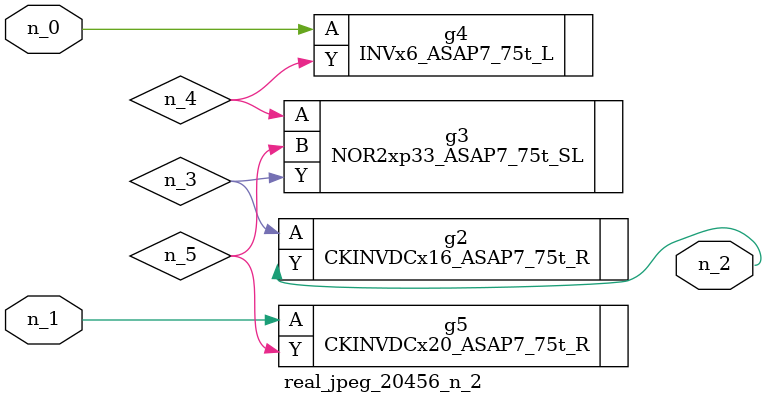
<source format=v>
module real_jpeg_20456_n_2 (n_1, n_0, n_2);

input n_1;
input n_0;

output n_2;

wire n_5;
wire n_4;
wire n_3;

INVx6_ASAP7_75t_L g4 ( 
.A(n_0),
.Y(n_4)
);

CKINVDCx20_ASAP7_75t_R g5 ( 
.A(n_1),
.Y(n_5)
);

CKINVDCx16_ASAP7_75t_R g2 ( 
.A(n_3),
.Y(n_2)
);

NOR2xp33_ASAP7_75t_SL g3 ( 
.A(n_4),
.B(n_5),
.Y(n_3)
);


endmodule
</source>
